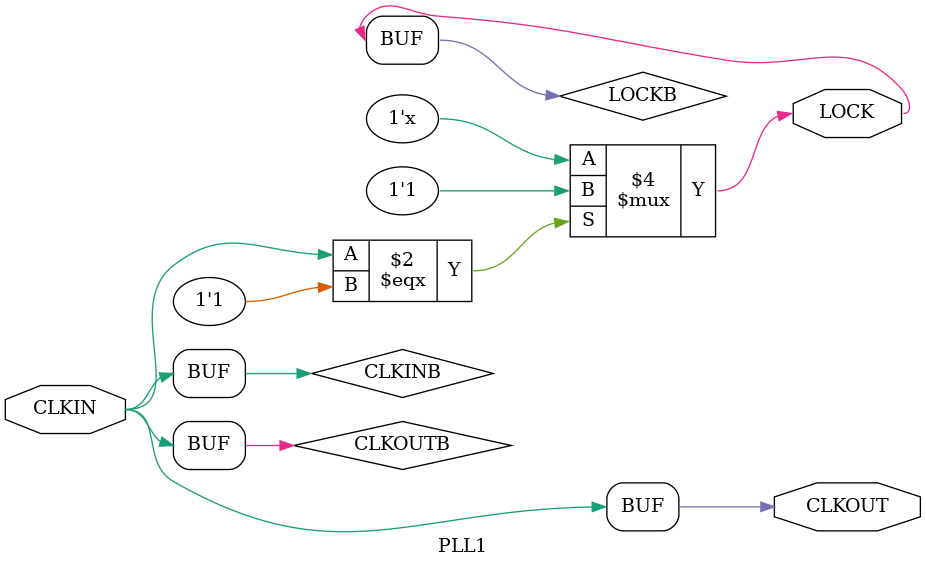
<source format=v>
`resetall
`timescale 1 ns / 1 ps

`celldefine

module PLL1 (CLKIN, CLKOUT, LOCK);

input  CLKIN;
output CLKOUT, LOCK;
reg  CLKOUTB, LOCKB;

   buf (CLKINB, CLKIN);
   buf (CLKOUT, CLKOUTB);
   buf (LOCK, LOCKB);

   always @ (CLKINB) begin
      if (CLKINB === 1'b1)
        begin
          CLKOUTB = CLKINB;
          LOCKB = 1;
        end
      else
        begin
          CLKOUTB = CLKINB;
        end
   end //end of the always loop


endmodule

`endcelldefine


</source>
